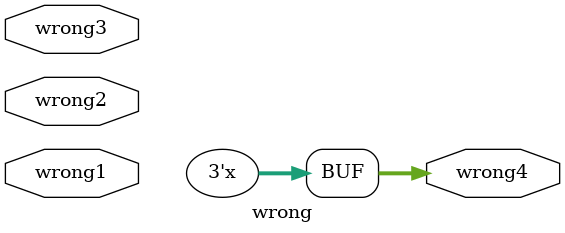
<source format=v>
`timescale 1ns / 1ps
module wrong(wrong1,wrong2,wrong3,wrong4);

  input wire [7:0]wrong1,wrong2,wrong3;
  output reg [2:0]wrong4;
  
  //¶ÁÈ¡´íÎó´ÎÊý
	always @(wrong1 or wrong2 or wrong3)
	begin
	  wrong4<=wrong4+1; 
	end
  

endmodule

</source>
